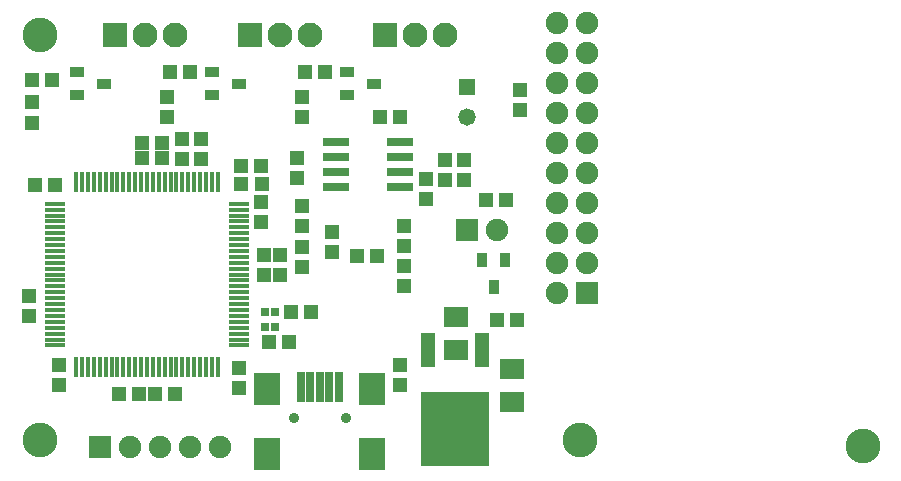
<source format=gbr>
G04 DipTrace 2.4.0.2*
%INTopMask.gbr*%
%MOIN*%
%ADD32R,0.0748X0.0748*%
%ADD33C,0.0748*%
%ADD42C,0.116*%
%ADD43C,0.0354*%
%ADD49R,0.0276X0.0276*%
%ADD51R,0.0866X0.0315*%
%ADD53R,0.2264X0.25*%
%ADD55R,0.0472X0.1161*%
%ADD57R,0.0157X0.0709*%
%ADD59R,0.0709X0.0157*%
%ADD61C,0.0827*%
%ADD63R,0.0827X0.0827*%
%ADD65R,0.0866X0.1063*%
%ADD67R,0.0276X0.0984*%
%ADD71R,0.0335X0.0492*%
%ADD73R,0.0492X0.0335*%
%ADD75R,0.0579X0.0579*%
%ADD77C,0.0579*%
%ADD79R,0.0787X0.0709*%
%ADD81R,0.0472X0.0512*%
%ADD83R,0.0512X0.0472*%
%FSLAX44Y44*%
G04*
G70*
G90*
G75*
G01*
%LNTopMask*%
%LPD*%
D83*
X5687Y13687D3*
X5018D3*
X8579Y14588D3*
X9248D3*
X8579Y15088D3*
X9248D3*
X12579Y13713D3*
X11909D3*
D81*
X17187Y7687D3*
Y7018D3*
X12656Y10687D3*
Y11356D3*
X13187Y10687D3*
Y11356D3*
X11829Y7588D3*
Y6918D3*
D83*
X7829Y6713D3*
X8498D3*
X9704D3*
X9034D3*
D79*
X20937Y6437D3*
Y7539D3*
X19062Y8187D3*
Y9289D3*
D83*
X20437Y9187D3*
X21106D3*
D81*
X5812Y7687D3*
Y7018D3*
X14937Y11437D3*
Y12106D3*
D83*
X12562Y14312D3*
X11893D3*
D81*
X13748Y13913D3*
Y14583D3*
D83*
X17187Y15937D3*
X16518D3*
D81*
X18062Y13231D3*
Y13901D3*
X19312Y13856D3*
Y14526D3*
X18687Y13856D3*
Y14526D3*
D83*
X13562Y9437D3*
X14231D3*
X12812Y8437D3*
X13481D3*
D77*
X19437Y15937D3*
D75*
Y16937D3*
D73*
X15437Y17437D3*
Y16689D3*
X16343Y17063D3*
X10937Y17437D3*
Y16689D3*
X11843Y17063D3*
X6437Y17437D3*
Y16689D3*
X7343Y17063D3*
D71*
X20687Y11187D3*
X19939D3*
X20313Y10281D3*
D42*
X23187Y5187D3*
X5187D3*
Y18687D3*
X32619Y4994D3*
D32*
X23437Y10096D3*
D33*
X22437D3*
X23437Y11096D3*
X22437D3*
X23437Y12096D3*
X22437D3*
X23437Y13096D3*
X22437D3*
X23437Y14096D3*
X22437D3*
X23437Y15096D3*
X22437D3*
X23437Y16096D3*
X22437D3*
X23437Y17096D3*
X22437D3*
X23437Y18096D3*
X22437D3*
X23437Y19096D3*
X22437D3*
D67*
X13886Y6937D3*
X14201D3*
X14516D3*
X14831D3*
X15146D3*
D65*
X12764Y6898D3*
X16268D3*
X12764Y4732D3*
X16268D3*
D43*
X13650Y5913D3*
X15382D3*
D32*
X19437Y12187D3*
D33*
X20437D3*
D32*
X7187Y4937D3*
D33*
X8187D3*
X9187D3*
X10187D3*
X11187D3*
D63*
X16687Y18687D3*
D61*
X17687D3*
X18687D3*
D63*
X12187D3*
D61*
X13187D3*
X14187D3*
D63*
X7687D3*
D61*
X8687D3*
X9687D3*
D81*
X21187Y16187D3*
Y16856D3*
X13937Y15937D3*
Y16606D3*
D83*
X14687Y17437D3*
X14018D3*
D81*
X9437Y15937D3*
Y16606D3*
D83*
X10187Y17437D3*
X9518D3*
D81*
X4937Y16437D3*
Y15768D3*
D83*
Y17187D3*
X5606D3*
D81*
X17312Y10981D3*
Y10312D3*
Y12312D3*
Y11643D3*
D83*
X16437Y11312D3*
X15768D3*
D81*
X13937Y12312D3*
Y12981D3*
Y10937D3*
Y11606D3*
X4812Y9312D3*
Y9981D3*
X12562Y12437D3*
Y13106D3*
X10562Y14562D3*
Y15231D3*
X9937Y14562D3*
Y15231D3*
D83*
X20062Y13187D3*
X20731D3*
D59*
X5687Y13062D3*
Y12865D3*
Y12668D3*
Y12471D3*
Y12275D3*
Y12078D3*
Y11881D3*
Y11684D3*
Y11487D3*
Y11290D3*
Y11094D3*
Y10897D3*
Y10700D3*
Y10503D3*
Y10306D3*
Y10109D3*
Y9912D3*
Y9716D3*
Y9519D3*
Y9322D3*
Y9125D3*
Y8928D3*
Y8731D3*
Y8534D3*
Y8338D3*
D57*
X6396Y7629D3*
X6593D3*
X6789D3*
X6986D3*
X7183D3*
X7380D3*
X7577D3*
X7774D3*
X7970D3*
X8167D3*
X8364D3*
X8561D3*
X8758D3*
X8955D3*
X9152D3*
X9348D3*
X9545D3*
X9742D3*
X9939D3*
X10136D3*
X10333D3*
X10530D3*
X10726D3*
X10923D3*
X11120D3*
D59*
X11829Y8338D3*
Y8534D3*
Y8731D3*
Y8928D3*
Y9125D3*
Y9322D3*
Y9519D3*
Y9716D3*
Y9912D3*
Y10109D3*
Y10306D3*
Y10503D3*
Y10700D3*
Y10897D3*
Y11094D3*
Y11290D3*
Y11487D3*
Y11684D3*
Y11881D3*
Y12078D3*
Y12275D3*
Y12471D3*
Y12668D3*
Y12865D3*
Y13062D3*
D57*
X11120Y13771D3*
X10923D3*
X10726D3*
X10530D3*
X10333D3*
X10136D3*
X9939D3*
X9742D3*
X9545D3*
X9348D3*
X9152D3*
X8955D3*
X8758D3*
X8561D3*
X8364D3*
X8167D3*
X7970D3*
X7774D3*
X7577D3*
X7380D3*
X7183D3*
X6986D3*
X6789D3*
X6593D3*
X6396D3*
D55*
X19937Y8187D3*
X18142D3*
D53*
X19039Y5549D3*
D51*
X15062Y15106D3*
Y14606D3*
Y14106D3*
Y13606D3*
X17188D3*
Y14106D3*
Y14606D3*
Y15106D3*
D49*
X12687Y8937D3*
X13041Y9449D3*
X12687D3*
X13041Y8937D3*
M02*

</source>
